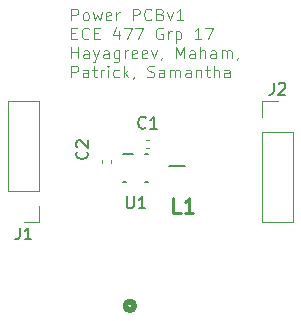
<source format=gbr>
%TF.GenerationSoftware,KiCad,Pcbnew,7.0.8*%
%TF.CreationDate,2023-10-23T16:10:47-04:00*%
%TF.ProjectId,BoostCircuit,426f6f73-7443-4697-9263-7569742e6b69,rev?*%
%TF.SameCoordinates,Original*%
%TF.FileFunction,Legend,Top*%
%TF.FilePolarity,Positive*%
%FSLAX46Y46*%
G04 Gerber Fmt 4.6, Leading zero omitted, Abs format (unit mm)*
G04 Created by KiCad (PCBNEW 7.0.8) date 2023-10-23 16:10:47*
%MOMM*%
%LPD*%
G01*
G04 APERTURE LIST*
%ADD10C,0.100000*%
%ADD11C,0.150000*%
%ADD12C,0.254000*%
%ADD13C,0.120000*%
%ADD14C,0.200000*%
%ADD15C,0.508000*%
G04 APERTURE END LIST*
D10*
X126553884Y-91972419D02*
X126553884Y-90972419D01*
X126553884Y-90972419D02*
X126934836Y-90972419D01*
X126934836Y-90972419D02*
X127030074Y-91020038D01*
X127030074Y-91020038D02*
X127077693Y-91067657D01*
X127077693Y-91067657D02*
X127125312Y-91162895D01*
X127125312Y-91162895D02*
X127125312Y-91305752D01*
X127125312Y-91305752D02*
X127077693Y-91400990D01*
X127077693Y-91400990D02*
X127030074Y-91448609D01*
X127030074Y-91448609D02*
X126934836Y-91496228D01*
X126934836Y-91496228D02*
X126553884Y-91496228D01*
X127696741Y-91972419D02*
X127601503Y-91924800D01*
X127601503Y-91924800D02*
X127553884Y-91877180D01*
X127553884Y-91877180D02*
X127506265Y-91781942D01*
X127506265Y-91781942D02*
X127506265Y-91496228D01*
X127506265Y-91496228D02*
X127553884Y-91400990D01*
X127553884Y-91400990D02*
X127601503Y-91353371D01*
X127601503Y-91353371D02*
X127696741Y-91305752D01*
X127696741Y-91305752D02*
X127839598Y-91305752D01*
X127839598Y-91305752D02*
X127934836Y-91353371D01*
X127934836Y-91353371D02*
X127982455Y-91400990D01*
X127982455Y-91400990D02*
X128030074Y-91496228D01*
X128030074Y-91496228D02*
X128030074Y-91781942D01*
X128030074Y-91781942D02*
X127982455Y-91877180D01*
X127982455Y-91877180D02*
X127934836Y-91924800D01*
X127934836Y-91924800D02*
X127839598Y-91972419D01*
X127839598Y-91972419D02*
X127696741Y-91972419D01*
X128363408Y-91305752D02*
X128553884Y-91972419D01*
X128553884Y-91972419D02*
X128744360Y-91496228D01*
X128744360Y-91496228D02*
X128934836Y-91972419D01*
X128934836Y-91972419D02*
X129125312Y-91305752D01*
X129887217Y-91924800D02*
X129791979Y-91972419D01*
X129791979Y-91972419D02*
X129601503Y-91972419D01*
X129601503Y-91972419D02*
X129506265Y-91924800D01*
X129506265Y-91924800D02*
X129458646Y-91829561D01*
X129458646Y-91829561D02*
X129458646Y-91448609D01*
X129458646Y-91448609D02*
X129506265Y-91353371D01*
X129506265Y-91353371D02*
X129601503Y-91305752D01*
X129601503Y-91305752D02*
X129791979Y-91305752D01*
X129791979Y-91305752D02*
X129887217Y-91353371D01*
X129887217Y-91353371D02*
X129934836Y-91448609D01*
X129934836Y-91448609D02*
X129934836Y-91543847D01*
X129934836Y-91543847D02*
X129458646Y-91639085D01*
X130363408Y-91972419D02*
X130363408Y-91305752D01*
X130363408Y-91496228D02*
X130411027Y-91400990D01*
X130411027Y-91400990D02*
X130458646Y-91353371D01*
X130458646Y-91353371D02*
X130553884Y-91305752D01*
X130553884Y-91305752D02*
X130649122Y-91305752D01*
X131744361Y-91972419D02*
X131744361Y-90972419D01*
X131744361Y-90972419D02*
X132125313Y-90972419D01*
X132125313Y-90972419D02*
X132220551Y-91020038D01*
X132220551Y-91020038D02*
X132268170Y-91067657D01*
X132268170Y-91067657D02*
X132315789Y-91162895D01*
X132315789Y-91162895D02*
X132315789Y-91305752D01*
X132315789Y-91305752D02*
X132268170Y-91400990D01*
X132268170Y-91400990D02*
X132220551Y-91448609D01*
X132220551Y-91448609D02*
X132125313Y-91496228D01*
X132125313Y-91496228D02*
X131744361Y-91496228D01*
X133315789Y-91877180D02*
X133268170Y-91924800D01*
X133268170Y-91924800D02*
X133125313Y-91972419D01*
X133125313Y-91972419D02*
X133030075Y-91972419D01*
X133030075Y-91972419D02*
X132887218Y-91924800D01*
X132887218Y-91924800D02*
X132791980Y-91829561D01*
X132791980Y-91829561D02*
X132744361Y-91734323D01*
X132744361Y-91734323D02*
X132696742Y-91543847D01*
X132696742Y-91543847D02*
X132696742Y-91400990D01*
X132696742Y-91400990D02*
X132744361Y-91210514D01*
X132744361Y-91210514D02*
X132791980Y-91115276D01*
X132791980Y-91115276D02*
X132887218Y-91020038D01*
X132887218Y-91020038D02*
X133030075Y-90972419D01*
X133030075Y-90972419D02*
X133125313Y-90972419D01*
X133125313Y-90972419D02*
X133268170Y-91020038D01*
X133268170Y-91020038D02*
X133315789Y-91067657D01*
X134077694Y-91448609D02*
X134220551Y-91496228D01*
X134220551Y-91496228D02*
X134268170Y-91543847D01*
X134268170Y-91543847D02*
X134315789Y-91639085D01*
X134315789Y-91639085D02*
X134315789Y-91781942D01*
X134315789Y-91781942D02*
X134268170Y-91877180D01*
X134268170Y-91877180D02*
X134220551Y-91924800D01*
X134220551Y-91924800D02*
X134125313Y-91972419D01*
X134125313Y-91972419D02*
X133744361Y-91972419D01*
X133744361Y-91972419D02*
X133744361Y-90972419D01*
X133744361Y-90972419D02*
X134077694Y-90972419D01*
X134077694Y-90972419D02*
X134172932Y-91020038D01*
X134172932Y-91020038D02*
X134220551Y-91067657D01*
X134220551Y-91067657D02*
X134268170Y-91162895D01*
X134268170Y-91162895D02*
X134268170Y-91258133D01*
X134268170Y-91258133D02*
X134220551Y-91353371D01*
X134220551Y-91353371D02*
X134172932Y-91400990D01*
X134172932Y-91400990D02*
X134077694Y-91448609D01*
X134077694Y-91448609D02*
X133744361Y-91448609D01*
X134649123Y-91305752D02*
X134887218Y-91972419D01*
X134887218Y-91972419D02*
X135125313Y-91305752D01*
X136030075Y-91972419D02*
X135458647Y-91972419D01*
X135744361Y-91972419D02*
X135744361Y-90972419D01*
X135744361Y-90972419D02*
X135649123Y-91115276D01*
X135649123Y-91115276D02*
X135553885Y-91210514D01*
X135553885Y-91210514D02*
X135458647Y-91258133D01*
X126553884Y-93058609D02*
X126887217Y-93058609D01*
X127030074Y-93582419D02*
X126553884Y-93582419D01*
X126553884Y-93582419D02*
X126553884Y-92582419D01*
X126553884Y-92582419D02*
X127030074Y-92582419D01*
X128030074Y-93487180D02*
X127982455Y-93534800D01*
X127982455Y-93534800D02*
X127839598Y-93582419D01*
X127839598Y-93582419D02*
X127744360Y-93582419D01*
X127744360Y-93582419D02*
X127601503Y-93534800D01*
X127601503Y-93534800D02*
X127506265Y-93439561D01*
X127506265Y-93439561D02*
X127458646Y-93344323D01*
X127458646Y-93344323D02*
X127411027Y-93153847D01*
X127411027Y-93153847D02*
X127411027Y-93010990D01*
X127411027Y-93010990D02*
X127458646Y-92820514D01*
X127458646Y-92820514D02*
X127506265Y-92725276D01*
X127506265Y-92725276D02*
X127601503Y-92630038D01*
X127601503Y-92630038D02*
X127744360Y-92582419D01*
X127744360Y-92582419D02*
X127839598Y-92582419D01*
X127839598Y-92582419D02*
X127982455Y-92630038D01*
X127982455Y-92630038D02*
X128030074Y-92677657D01*
X128458646Y-93058609D02*
X128791979Y-93058609D01*
X128934836Y-93582419D02*
X128458646Y-93582419D01*
X128458646Y-93582419D02*
X128458646Y-92582419D01*
X128458646Y-92582419D02*
X128934836Y-92582419D01*
X130553884Y-92915752D02*
X130553884Y-93582419D01*
X130315789Y-92534800D02*
X130077694Y-93249085D01*
X130077694Y-93249085D02*
X130696741Y-93249085D01*
X130982456Y-92582419D02*
X131649122Y-92582419D01*
X131649122Y-92582419D02*
X131220551Y-93582419D01*
X131934837Y-92582419D02*
X132601503Y-92582419D01*
X132601503Y-92582419D02*
X132172932Y-93582419D01*
X134268170Y-92630038D02*
X134172932Y-92582419D01*
X134172932Y-92582419D02*
X134030075Y-92582419D01*
X134030075Y-92582419D02*
X133887218Y-92630038D01*
X133887218Y-92630038D02*
X133791980Y-92725276D01*
X133791980Y-92725276D02*
X133744361Y-92820514D01*
X133744361Y-92820514D02*
X133696742Y-93010990D01*
X133696742Y-93010990D02*
X133696742Y-93153847D01*
X133696742Y-93153847D02*
X133744361Y-93344323D01*
X133744361Y-93344323D02*
X133791980Y-93439561D01*
X133791980Y-93439561D02*
X133887218Y-93534800D01*
X133887218Y-93534800D02*
X134030075Y-93582419D01*
X134030075Y-93582419D02*
X134125313Y-93582419D01*
X134125313Y-93582419D02*
X134268170Y-93534800D01*
X134268170Y-93534800D02*
X134315789Y-93487180D01*
X134315789Y-93487180D02*
X134315789Y-93153847D01*
X134315789Y-93153847D02*
X134125313Y-93153847D01*
X134744361Y-93582419D02*
X134744361Y-92915752D01*
X134744361Y-93106228D02*
X134791980Y-93010990D01*
X134791980Y-93010990D02*
X134839599Y-92963371D01*
X134839599Y-92963371D02*
X134934837Y-92915752D01*
X134934837Y-92915752D02*
X135030075Y-92915752D01*
X135363409Y-92915752D02*
X135363409Y-93915752D01*
X135363409Y-92963371D02*
X135458647Y-92915752D01*
X135458647Y-92915752D02*
X135649123Y-92915752D01*
X135649123Y-92915752D02*
X135744361Y-92963371D01*
X135744361Y-92963371D02*
X135791980Y-93010990D01*
X135791980Y-93010990D02*
X135839599Y-93106228D01*
X135839599Y-93106228D02*
X135839599Y-93391942D01*
X135839599Y-93391942D02*
X135791980Y-93487180D01*
X135791980Y-93487180D02*
X135744361Y-93534800D01*
X135744361Y-93534800D02*
X135649123Y-93582419D01*
X135649123Y-93582419D02*
X135458647Y-93582419D01*
X135458647Y-93582419D02*
X135363409Y-93534800D01*
X137553885Y-93582419D02*
X136982457Y-93582419D01*
X137268171Y-93582419D02*
X137268171Y-92582419D01*
X137268171Y-92582419D02*
X137172933Y-92725276D01*
X137172933Y-92725276D02*
X137077695Y-92820514D01*
X137077695Y-92820514D02*
X136982457Y-92868133D01*
X137887219Y-92582419D02*
X138553885Y-92582419D01*
X138553885Y-92582419D02*
X138125314Y-93582419D01*
X126553884Y-95192419D02*
X126553884Y-94192419D01*
X126553884Y-94668609D02*
X127125312Y-94668609D01*
X127125312Y-95192419D02*
X127125312Y-94192419D01*
X128030074Y-95192419D02*
X128030074Y-94668609D01*
X128030074Y-94668609D02*
X127982455Y-94573371D01*
X127982455Y-94573371D02*
X127887217Y-94525752D01*
X127887217Y-94525752D02*
X127696741Y-94525752D01*
X127696741Y-94525752D02*
X127601503Y-94573371D01*
X128030074Y-95144800D02*
X127934836Y-95192419D01*
X127934836Y-95192419D02*
X127696741Y-95192419D01*
X127696741Y-95192419D02*
X127601503Y-95144800D01*
X127601503Y-95144800D02*
X127553884Y-95049561D01*
X127553884Y-95049561D02*
X127553884Y-94954323D01*
X127553884Y-94954323D02*
X127601503Y-94859085D01*
X127601503Y-94859085D02*
X127696741Y-94811466D01*
X127696741Y-94811466D02*
X127934836Y-94811466D01*
X127934836Y-94811466D02*
X128030074Y-94763847D01*
X128411027Y-94525752D02*
X128649122Y-95192419D01*
X128887217Y-94525752D02*
X128649122Y-95192419D01*
X128649122Y-95192419D02*
X128553884Y-95430514D01*
X128553884Y-95430514D02*
X128506265Y-95478133D01*
X128506265Y-95478133D02*
X128411027Y-95525752D01*
X129696741Y-95192419D02*
X129696741Y-94668609D01*
X129696741Y-94668609D02*
X129649122Y-94573371D01*
X129649122Y-94573371D02*
X129553884Y-94525752D01*
X129553884Y-94525752D02*
X129363408Y-94525752D01*
X129363408Y-94525752D02*
X129268170Y-94573371D01*
X129696741Y-95144800D02*
X129601503Y-95192419D01*
X129601503Y-95192419D02*
X129363408Y-95192419D01*
X129363408Y-95192419D02*
X129268170Y-95144800D01*
X129268170Y-95144800D02*
X129220551Y-95049561D01*
X129220551Y-95049561D02*
X129220551Y-94954323D01*
X129220551Y-94954323D02*
X129268170Y-94859085D01*
X129268170Y-94859085D02*
X129363408Y-94811466D01*
X129363408Y-94811466D02*
X129601503Y-94811466D01*
X129601503Y-94811466D02*
X129696741Y-94763847D01*
X130601503Y-94525752D02*
X130601503Y-95335276D01*
X130601503Y-95335276D02*
X130553884Y-95430514D01*
X130553884Y-95430514D02*
X130506265Y-95478133D01*
X130506265Y-95478133D02*
X130411027Y-95525752D01*
X130411027Y-95525752D02*
X130268170Y-95525752D01*
X130268170Y-95525752D02*
X130172932Y-95478133D01*
X130601503Y-95144800D02*
X130506265Y-95192419D01*
X130506265Y-95192419D02*
X130315789Y-95192419D01*
X130315789Y-95192419D02*
X130220551Y-95144800D01*
X130220551Y-95144800D02*
X130172932Y-95097180D01*
X130172932Y-95097180D02*
X130125313Y-95001942D01*
X130125313Y-95001942D02*
X130125313Y-94716228D01*
X130125313Y-94716228D02*
X130172932Y-94620990D01*
X130172932Y-94620990D02*
X130220551Y-94573371D01*
X130220551Y-94573371D02*
X130315789Y-94525752D01*
X130315789Y-94525752D02*
X130506265Y-94525752D01*
X130506265Y-94525752D02*
X130601503Y-94573371D01*
X131077694Y-95192419D02*
X131077694Y-94525752D01*
X131077694Y-94716228D02*
X131125313Y-94620990D01*
X131125313Y-94620990D02*
X131172932Y-94573371D01*
X131172932Y-94573371D02*
X131268170Y-94525752D01*
X131268170Y-94525752D02*
X131363408Y-94525752D01*
X132077694Y-95144800D02*
X131982456Y-95192419D01*
X131982456Y-95192419D02*
X131791980Y-95192419D01*
X131791980Y-95192419D02*
X131696742Y-95144800D01*
X131696742Y-95144800D02*
X131649123Y-95049561D01*
X131649123Y-95049561D02*
X131649123Y-94668609D01*
X131649123Y-94668609D02*
X131696742Y-94573371D01*
X131696742Y-94573371D02*
X131791980Y-94525752D01*
X131791980Y-94525752D02*
X131982456Y-94525752D01*
X131982456Y-94525752D02*
X132077694Y-94573371D01*
X132077694Y-94573371D02*
X132125313Y-94668609D01*
X132125313Y-94668609D02*
X132125313Y-94763847D01*
X132125313Y-94763847D02*
X131649123Y-94859085D01*
X132934837Y-95144800D02*
X132839599Y-95192419D01*
X132839599Y-95192419D02*
X132649123Y-95192419D01*
X132649123Y-95192419D02*
X132553885Y-95144800D01*
X132553885Y-95144800D02*
X132506266Y-95049561D01*
X132506266Y-95049561D02*
X132506266Y-94668609D01*
X132506266Y-94668609D02*
X132553885Y-94573371D01*
X132553885Y-94573371D02*
X132649123Y-94525752D01*
X132649123Y-94525752D02*
X132839599Y-94525752D01*
X132839599Y-94525752D02*
X132934837Y-94573371D01*
X132934837Y-94573371D02*
X132982456Y-94668609D01*
X132982456Y-94668609D02*
X132982456Y-94763847D01*
X132982456Y-94763847D02*
X132506266Y-94859085D01*
X133315790Y-94525752D02*
X133553885Y-95192419D01*
X133553885Y-95192419D02*
X133791980Y-94525752D01*
X134220552Y-95144800D02*
X134220552Y-95192419D01*
X134220552Y-95192419D02*
X134172933Y-95287657D01*
X134172933Y-95287657D02*
X134125314Y-95335276D01*
X135411028Y-95192419D02*
X135411028Y-94192419D01*
X135411028Y-94192419D02*
X135744361Y-94906704D01*
X135744361Y-94906704D02*
X136077694Y-94192419D01*
X136077694Y-94192419D02*
X136077694Y-95192419D01*
X136982456Y-95192419D02*
X136982456Y-94668609D01*
X136982456Y-94668609D02*
X136934837Y-94573371D01*
X136934837Y-94573371D02*
X136839599Y-94525752D01*
X136839599Y-94525752D02*
X136649123Y-94525752D01*
X136649123Y-94525752D02*
X136553885Y-94573371D01*
X136982456Y-95144800D02*
X136887218Y-95192419D01*
X136887218Y-95192419D02*
X136649123Y-95192419D01*
X136649123Y-95192419D02*
X136553885Y-95144800D01*
X136553885Y-95144800D02*
X136506266Y-95049561D01*
X136506266Y-95049561D02*
X136506266Y-94954323D01*
X136506266Y-94954323D02*
X136553885Y-94859085D01*
X136553885Y-94859085D02*
X136649123Y-94811466D01*
X136649123Y-94811466D02*
X136887218Y-94811466D01*
X136887218Y-94811466D02*
X136982456Y-94763847D01*
X137458647Y-95192419D02*
X137458647Y-94192419D01*
X137887218Y-95192419D02*
X137887218Y-94668609D01*
X137887218Y-94668609D02*
X137839599Y-94573371D01*
X137839599Y-94573371D02*
X137744361Y-94525752D01*
X137744361Y-94525752D02*
X137601504Y-94525752D01*
X137601504Y-94525752D02*
X137506266Y-94573371D01*
X137506266Y-94573371D02*
X137458647Y-94620990D01*
X138791980Y-95192419D02*
X138791980Y-94668609D01*
X138791980Y-94668609D02*
X138744361Y-94573371D01*
X138744361Y-94573371D02*
X138649123Y-94525752D01*
X138649123Y-94525752D02*
X138458647Y-94525752D01*
X138458647Y-94525752D02*
X138363409Y-94573371D01*
X138791980Y-95144800D02*
X138696742Y-95192419D01*
X138696742Y-95192419D02*
X138458647Y-95192419D01*
X138458647Y-95192419D02*
X138363409Y-95144800D01*
X138363409Y-95144800D02*
X138315790Y-95049561D01*
X138315790Y-95049561D02*
X138315790Y-94954323D01*
X138315790Y-94954323D02*
X138363409Y-94859085D01*
X138363409Y-94859085D02*
X138458647Y-94811466D01*
X138458647Y-94811466D02*
X138696742Y-94811466D01*
X138696742Y-94811466D02*
X138791980Y-94763847D01*
X139268171Y-95192419D02*
X139268171Y-94525752D01*
X139268171Y-94620990D02*
X139315790Y-94573371D01*
X139315790Y-94573371D02*
X139411028Y-94525752D01*
X139411028Y-94525752D02*
X139553885Y-94525752D01*
X139553885Y-94525752D02*
X139649123Y-94573371D01*
X139649123Y-94573371D02*
X139696742Y-94668609D01*
X139696742Y-94668609D02*
X139696742Y-95192419D01*
X139696742Y-94668609D02*
X139744361Y-94573371D01*
X139744361Y-94573371D02*
X139839599Y-94525752D01*
X139839599Y-94525752D02*
X139982456Y-94525752D01*
X139982456Y-94525752D02*
X140077695Y-94573371D01*
X140077695Y-94573371D02*
X140125314Y-94668609D01*
X140125314Y-94668609D02*
X140125314Y-95192419D01*
X140649123Y-95144800D02*
X140649123Y-95192419D01*
X140649123Y-95192419D02*
X140601504Y-95287657D01*
X140601504Y-95287657D02*
X140553885Y-95335276D01*
X126553884Y-96802419D02*
X126553884Y-95802419D01*
X126553884Y-95802419D02*
X126934836Y-95802419D01*
X126934836Y-95802419D02*
X127030074Y-95850038D01*
X127030074Y-95850038D02*
X127077693Y-95897657D01*
X127077693Y-95897657D02*
X127125312Y-95992895D01*
X127125312Y-95992895D02*
X127125312Y-96135752D01*
X127125312Y-96135752D02*
X127077693Y-96230990D01*
X127077693Y-96230990D02*
X127030074Y-96278609D01*
X127030074Y-96278609D02*
X126934836Y-96326228D01*
X126934836Y-96326228D02*
X126553884Y-96326228D01*
X127982455Y-96802419D02*
X127982455Y-96278609D01*
X127982455Y-96278609D02*
X127934836Y-96183371D01*
X127934836Y-96183371D02*
X127839598Y-96135752D01*
X127839598Y-96135752D02*
X127649122Y-96135752D01*
X127649122Y-96135752D02*
X127553884Y-96183371D01*
X127982455Y-96754800D02*
X127887217Y-96802419D01*
X127887217Y-96802419D02*
X127649122Y-96802419D01*
X127649122Y-96802419D02*
X127553884Y-96754800D01*
X127553884Y-96754800D02*
X127506265Y-96659561D01*
X127506265Y-96659561D02*
X127506265Y-96564323D01*
X127506265Y-96564323D02*
X127553884Y-96469085D01*
X127553884Y-96469085D02*
X127649122Y-96421466D01*
X127649122Y-96421466D02*
X127887217Y-96421466D01*
X127887217Y-96421466D02*
X127982455Y-96373847D01*
X128315789Y-96135752D02*
X128696741Y-96135752D01*
X128458646Y-95802419D02*
X128458646Y-96659561D01*
X128458646Y-96659561D02*
X128506265Y-96754800D01*
X128506265Y-96754800D02*
X128601503Y-96802419D01*
X128601503Y-96802419D02*
X128696741Y-96802419D01*
X129030075Y-96802419D02*
X129030075Y-96135752D01*
X129030075Y-96326228D02*
X129077694Y-96230990D01*
X129077694Y-96230990D02*
X129125313Y-96183371D01*
X129125313Y-96183371D02*
X129220551Y-96135752D01*
X129220551Y-96135752D02*
X129315789Y-96135752D01*
X129649123Y-96802419D02*
X129649123Y-96135752D01*
X129649123Y-95802419D02*
X129601504Y-95850038D01*
X129601504Y-95850038D02*
X129649123Y-95897657D01*
X129649123Y-95897657D02*
X129696742Y-95850038D01*
X129696742Y-95850038D02*
X129649123Y-95802419D01*
X129649123Y-95802419D02*
X129649123Y-95897657D01*
X130553884Y-96754800D02*
X130458646Y-96802419D01*
X130458646Y-96802419D02*
X130268170Y-96802419D01*
X130268170Y-96802419D02*
X130172932Y-96754800D01*
X130172932Y-96754800D02*
X130125313Y-96707180D01*
X130125313Y-96707180D02*
X130077694Y-96611942D01*
X130077694Y-96611942D02*
X130077694Y-96326228D01*
X130077694Y-96326228D02*
X130125313Y-96230990D01*
X130125313Y-96230990D02*
X130172932Y-96183371D01*
X130172932Y-96183371D02*
X130268170Y-96135752D01*
X130268170Y-96135752D02*
X130458646Y-96135752D01*
X130458646Y-96135752D02*
X130553884Y-96183371D01*
X130982456Y-96802419D02*
X130982456Y-95802419D01*
X131077694Y-96421466D02*
X131363408Y-96802419D01*
X131363408Y-96135752D02*
X130982456Y-96516704D01*
X131839599Y-96754800D02*
X131839599Y-96802419D01*
X131839599Y-96802419D02*
X131791980Y-96897657D01*
X131791980Y-96897657D02*
X131744361Y-96945276D01*
X132982456Y-96754800D02*
X133125313Y-96802419D01*
X133125313Y-96802419D02*
X133363408Y-96802419D01*
X133363408Y-96802419D02*
X133458646Y-96754800D01*
X133458646Y-96754800D02*
X133506265Y-96707180D01*
X133506265Y-96707180D02*
X133553884Y-96611942D01*
X133553884Y-96611942D02*
X133553884Y-96516704D01*
X133553884Y-96516704D02*
X133506265Y-96421466D01*
X133506265Y-96421466D02*
X133458646Y-96373847D01*
X133458646Y-96373847D02*
X133363408Y-96326228D01*
X133363408Y-96326228D02*
X133172932Y-96278609D01*
X133172932Y-96278609D02*
X133077694Y-96230990D01*
X133077694Y-96230990D02*
X133030075Y-96183371D01*
X133030075Y-96183371D02*
X132982456Y-96088133D01*
X132982456Y-96088133D02*
X132982456Y-95992895D01*
X132982456Y-95992895D02*
X133030075Y-95897657D01*
X133030075Y-95897657D02*
X133077694Y-95850038D01*
X133077694Y-95850038D02*
X133172932Y-95802419D01*
X133172932Y-95802419D02*
X133411027Y-95802419D01*
X133411027Y-95802419D02*
X133553884Y-95850038D01*
X134411027Y-96802419D02*
X134411027Y-96278609D01*
X134411027Y-96278609D02*
X134363408Y-96183371D01*
X134363408Y-96183371D02*
X134268170Y-96135752D01*
X134268170Y-96135752D02*
X134077694Y-96135752D01*
X134077694Y-96135752D02*
X133982456Y-96183371D01*
X134411027Y-96754800D02*
X134315789Y-96802419D01*
X134315789Y-96802419D02*
X134077694Y-96802419D01*
X134077694Y-96802419D02*
X133982456Y-96754800D01*
X133982456Y-96754800D02*
X133934837Y-96659561D01*
X133934837Y-96659561D02*
X133934837Y-96564323D01*
X133934837Y-96564323D02*
X133982456Y-96469085D01*
X133982456Y-96469085D02*
X134077694Y-96421466D01*
X134077694Y-96421466D02*
X134315789Y-96421466D01*
X134315789Y-96421466D02*
X134411027Y-96373847D01*
X134887218Y-96802419D02*
X134887218Y-96135752D01*
X134887218Y-96230990D02*
X134934837Y-96183371D01*
X134934837Y-96183371D02*
X135030075Y-96135752D01*
X135030075Y-96135752D02*
X135172932Y-96135752D01*
X135172932Y-96135752D02*
X135268170Y-96183371D01*
X135268170Y-96183371D02*
X135315789Y-96278609D01*
X135315789Y-96278609D02*
X135315789Y-96802419D01*
X135315789Y-96278609D02*
X135363408Y-96183371D01*
X135363408Y-96183371D02*
X135458646Y-96135752D01*
X135458646Y-96135752D02*
X135601503Y-96135752D01*
X135601503Y-96135752D02*
X135696742Y-96183371D01*
X135696742Y-96183371D02*
X135744361Y-96278609D01*
X135744361Y-96278609D02*
X135744361Y-96802419D01*
X136649122Y-96802419D02*
X136649122Y-96278609D01*
X136649122Y-96278609D02*
X136601503Y-96183371D01*
X136601503Y-96183371D02*
X136506265Y-96135752D01*
X136506265Y-96135752D02*
X136315789Y-96135752D01*
X136315789Y-96135752D02*
X136220551Y-96183371D01*
X136649122Y-96754800D02*
X136553884Y-96802419D01*
X136553884Y-96802419D02*
X136315789Y-96802419D01*
X136315789Y-96802419D02*
X136220551Y-96754800D01*
X136220551Y-96754800D02*
X136172932Y-96659561D01*
X136172932Y-96659561D02*
X136172932Y-96564323D01*
X136172932Y-96564323D02*
X136220551Y-96469085D01*
X136220551Y-96469085D02*
X136315789Y-96421466D01*
X136315789Y-96421466D02*
X136553884Y-96421466D01*
X136553884Y-96421466D02*
X136649122Y-96373847D01*
X137125313Y-96135752D02*
X137125313Y-96802419D01*
X137125313Y-96230990D02*
X137172932Y-96183371D01*
X137172932Y-96183371D02*
X137268170Y-96135752D01*
X137268170Y-96135752D02*
X137411027Y-96135752D01*
X137411027Y-96135752D02*
X137506265Y-96183371D01*
X137506265Y-96183371D02*
X137553884Y-96278609D01*
X137553884Y-96278609D02*
X137553884Y-96802419D01*
X137887218Y-96135752D02*
X138268170Y-96135752D01*
X138030075Y-95802419D02*
X138030075Y-96659561D01*
X138030075Y-96659561D02*
X138077694Y-96754800D01*
X138077694Y-96754800D02*
X138172932Y-96802419D01*
X138172932Y-96802419D02*
X138268170Y-96802419D01*
X138601504Y-96802419D02*
X138601504Y-95802419D01*
X139030075Y-96802419D02*
X139030075Y-96278609D01*
X139030075Y-96278609D02*
X138982456Y-96183371D01*
X138982456Y-96183371D02*
X138887218Y-96135752D01*
X138887218Y-96135752D02*
X138744361Y-96135752D01*
X138744361Y-96135752D02*
X138649123Y-96183371D01*
X138649123Y-96183371D02*
X138601504Y-96230990D01*
X139934837Y-96802419D02*
X139934837Y-96278609D01*
X139934837Y-96278609D02*
X139887218Y-96183371D01*
X139887218Y-96183371D02*
X139791980Y-96135752D01*
X139791980Y-96135752D02*
X139601504Y-96135752D01*
X139601504Y-96135752D02*
X139506266Y-96183371D01*
X139934837Y-96754800D02*
X139839599Y-96802419D01*
X139839599Y-96802419D02*
X139601504Y-96802419D01*
X139601504Y-96802419D02*
X139506266Y-96754800D01*
X139506266Y-96754800D02*
X139458647Y-96659561D01*
X139458647Y-96659561D02*
X139458647Y-96564323D01*
X139458647Y-96564323D02*
X139506266Y-96469085D01*
X139506266Y-96469085D02*
X139601504Y-96421466D01*
X139601504Y-96421466D02*
X139839599Y-96421466D01*
X139839599Y-96421466D02*
X139934837Y-96373847D01*
D11*
X143666666Y-97254819D02*
X143666666Y-97969104D01*
X143666666Y-97969104D02*
X143619047Y-98111961D01*
X143619047Y-98111961D02*
X143523809Y-98207200D01*
X143523809Y-98207200D02*
X143380952Y-98254819D01*
X143380952Y-98254819D02*
X143285714Y-98254819D01*
X144095238Y-97350057D02*
X144142857Y-97302438D01*
X144142857Y-97302438D02*
X144238095Y-97254819D01*
X144238095Y-97254819D02*
X144476190Y-97254819D01*
X144476190Y-97254819D02*
X144571428Y-97302438D01*
X144571428Y-97302438D02*
X144619047Y-97350057D01*
X144619047Y-97350057D02*
X144666666Y-97445295D01*
X144666666Y-97445295D02*
X144666666Y-97540533D01*
X144666666Y-97540533D02*
X144619047Y-97683390D01*
X144619047Y-97683390D02*
X144047619Y-98254819D01*
X144047619Y-98254819D02*
X144666666Y-98254819D01*
X122166666Y-109514819D02*
X122166666Y-110229104D01*
X122166666Y-110229104D02*
X122119047Y-110371961D01*
X122119047Y-110371961D02*
X122023809Y-110467200D01*
X122023809Y-110467200D02*
X121880952Y-110514819D01*
X121880952Y-110514819D02*
X121785714Y-110514819D01*
X123166666Y-110514819D02*
X122595238Y-110514819D01*
X122880952Y-110514819D02*
X122880952Y-109514819D01*
X122880952Y-109514819D02*
X122785714Y-109657676D01*
X122785714Y-109657676D02*
X122690476Y-109752914D01*
X122690476Y-109752914D02*
X122595238Y-109800533D01*
X131238095Y-106884819D02*
X131238095Y-107694342D01*
X131238095Y-107694342D02*
X131285714Y-107789580D01*
X131285714Y-107789580D02*
X131333333Y-107837200D01*
X131333333Y-107837200D02*
X131428571Y-107884819D01*
X131428571Y-107884819D02*
X131619047Y-107884819D01*
X131619047Y-107884819D02*
X131714285Y-107837200D01*
X131714285Y-107837200D02*
X131761904Y-107789580D01*
X131761904Y-107789580D02*
X131809523Y-107694342D01*
X131809523Y-107694342D02*
X131809523Y-106884819D01*
X132809523Y-107884819D02*
X132238095Y-107884819D01*
X132523809Y-107884819D02*
X132523809Y-106884819D01*
X132523809Y-106884819D02*
X132428571Y-107027676D01*
X132428571Y-107027676D02*
X132333333Y-107122914D01*
X132333333Y-107122914D02*
X132238095Y-107170533D01*
X132833333Y-101039580D02*
X132785714Y-101087200D01*
X132785714Y-101087200D02*
X132642857Y-101134819D01*
X132642857Y-101134819D02*
X132547619Y-101134819D01*
X132547619Y-101134819D02*
X132404762Y-101087200D01*
X132404762Y-101087200D02*
X132309524Y-100991961D01*
X132309524Y-100991961D02*
X132261905Y-100896723D01*
X132261905Y-100896723D02*
X132214286Y-100706247D01*
X132214286Y-100706247D02*
X132214286Y-100563390D01*
X132214286Y-100563390D02*
X132261905Y-100372914D01*
X132261905Y-100372914D02*
X132309524Y-100277676D01*
X132309524Y-100277676D02*
X132404762Y-100182438D01*
X132404762Y-100182438D02*
X132547619Y-100134819D01*
X132547619Y-100134819D02*
X132642857Y-100134819D01*
X132642857Y-100134819D02*
X132785714Y-100182438D01*
X132785714Y-100182438D02*
X132833333Y-100230057D01*
X133785714Y-101134819D02*
X133214286Y-101134819D01*
X133500000Y-101134819D02*
X133500000Y-100134819D01*
X133500000Y-100134819D02*
X133404762Y-100277676D01*
X133404762Y-100277676D02*
X133309524Y-100372914D01*
X133309524Y-100372914D02*
X133214286Y-100420533D01*
D12*
X135788333Y-108254318D02*
X135183571Y-108254318D01*
X135183571Y-108254318D02*
X135183571Y-106984318D01*
X136876905Y-108254318D02*
X136151190Y-108254318D01*
X136514047Y-108254318D02*
X136514047Y-106984318D01*
X136514047Y-106984318D02*
X136393095Y-107165746D01*
X136393095Y-107165746D02*
X136272143Y-107286699D01*
X136272143Y-107286699D02*
X136151190Y-107347175D01*
D11*
X127859580Y-103096666D02*
X127907200Y-103144285D01*
X127907200Y-103144285D02*
X127954819Y-103287142D01*
X127954819Y-103287142D02*
X127954819Y-103382380D01*
X127954819Y-103382380D02*
X127907200Y-103525237D01*
X127907200Y-103525237D02*
X127811961Y-103620475D01*
X127811961Y-103620475D02*
X127716723Y-103668094D01*
X127716723Y-103668094D02*
X127526247Y-103715713D01*
X127526247Y-103715713D02*
X127383390Y-103715713D01*
X127383390Y-103715713D02*
X127192914Y-103668094D01*
X127192914Y-103668094D02*
X127097676Y-103620475D01*
X127097676Y-103620475D02*
X127002438Y-103525237D01*
X127002438Y-103525237D02*
X126954819Y-103382380D01*
X126954819Y-103382380D02*
X126954819Y-103287142D01*
X126954819Y-103287142D02*
X127002438Y-103144285D01*
X127002438Y-103144285D02*
X127050057Y-103096666D01*
X127050057Y-102715713D02*
X127002438Y-102668094D01*
X127002438Y-102668094D02*
X126954819Y-102572856D01*
X126954819Y-102572856D02*
X126954819Y-102334761D01*
X126954819Y-102334761D02*
X127002438Y-102239523D01*
X127002438Y-102239523D02*
X127050057Y-102191904D01*
X127050057Y-102191904D02*
X127145295Y-102144285D01*
X127145295Y-102144285D02*
X127240533Y-102144285D01*
X127240533Y-102144285D02*
X127383390Y-102191904D01*
X127383390Y-102191904D02*
X127954819Y-102763332D01*
X127954819Y-102763332D02*
X127954819Y-102144285D01*
D13*
%TO.C,J2*%
X142670000Y-98800000D02*
X144000000Y-98800000D01*
X142670000Y-100130000D02*
X142670000Y-98800000D01*
X142670000Y-101400000D02*
X142670000Y-109080000D01*
X142670000Y-101400000D02*
X145330000Y-101400000D01*
X142670000Y-109080000D02*
X145330000Y-109080000D01*
X145330000Y-101400000D02*
X145330000Y-109080000D01*
%TO.C,J1*%
X123830000Y-109060000D02*
X122500000Y-109060000D01*
X123830000Y-107730000D02*
X123830000Y-109060000D01*
X123830000Y-106460000D02*
X123830000Y-98780000D01*
X123830000Y-106460000D02*
X121170000Y-106460000D01*
X123830000Y-98780000D02*
X121170000Y-98780000D01*
X121170000Y-106460000D02*
X121170000Y-98780000D01*
D14*
%TO.C,U1*%
X130919999Y-103290000D02*
X131769999Y-103290000D01*
X130919999Y-105690000D02*
X131169998Y-105690000D01*
X132770000Y-103290000D02*
X133019999Y-103290000D01*
X132770000Y-105690000D02*
X133019999Y-105690000D01*
D13*
%TO.C,C1*%
X133087836Y-102790000D02*
X132872164Y-102790000D01*
X133087836Y-102070000D02*
X132872164Y-102070000D01*
D14*
%TO.C,L1*%
X136200000Y-104280000D02*
X134800000Y-104280000D01*
D13*
%TO.C,C2*%
X129140000Y-104017836D02*
X129140000Y-103802164D01*
X129860000Y-104017836D02*
X129860000Y-103802164D01*
D15*
%TO.C,B1*%
X131881000Y-116146000D02*
G75*
G03*
X131881000Y-116146000I-381000J0D01*
G01*
%TD*%
M02*

</source>
